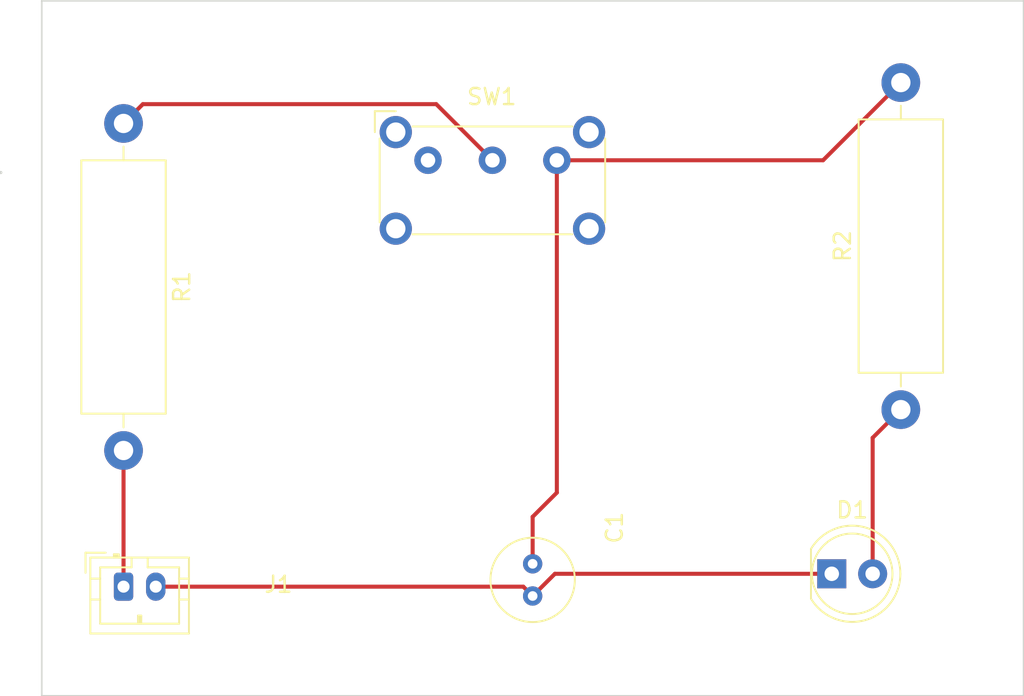
<source format=kicad_pcb>
(kicad_pcb (version 20211014) (generator pcbnew)
  (layers (0 "F.Cu" signal) (31 "B.Cu" signal) (34 "B.Paste" user) (35 "F.Paste" user) (36 "B.SilkS" user "B.Silkscreen") (37 "F.SilkS" user "F.Silkscreen") (38 "B.Mask" user) (39 "F.Mask" user) (44 "Edge.Cuts" user))
  (net 0 "")
  (net 1 "Net-(C1-Pad1)")
  (net 2 "Net-(C1-Pad2)")
  (net 3 "Net-(D1-Pad2)")
  (net 4 "Net-(J1-Pad1)")
  (net 5 "Net-(R1-Pad1)")
  (footprint "Connector_JST:JST_PH_B2B-PH-K_1x02_P2.00mm_Vertical" (layer "F.Cu") (at 182.88 94.82)
    (fp_text reference "J1" (at 9.62 -0.14) (layer "F.SilkS"))
    (fp_text value "9V")
    (fp_line (start 1.5 -1.2) (end 1.5 -1.81) (layer "F.SilkS") (width 0.12))
    (fp_line (start -2.06 -0.5) (end -1.45 -0.5) (layer "F.SilkS") (width 0.12))
    (fp_line (start 3.45 -1.2) (end 1.5 -1.2) (layer "F.SilkS") (width 0.12))
    (fp_line (start -0.3 -1.91) (end -0.6 -1.91) (layer "F.SilkS") (width 0.12))
    (fp_line (start -0.6 -2.01) (end -0.6 -1.81) (layer "F.SilkS") (width 0.12))
    (fp_line (start 0.5 -1.2) (end -1.45 -1.2) (layer "F.SilkS") (width 0.12))
    (fp_line (start -0.3 -1.81) (end -0.3 -2.01) (layer "F.SilkS") (width 0.12))
    (fp_line (start 0.9 1.8) (end 1.1 1.8) (layer "F.SilkS") (width 0.12))
    (fp_line (start -1.45 -1.2) (end -1.45 2.3) (layer "F.SilkS") (width 0.12))
    (fp_line (start 4.06 -1.81) (end -2.06 -1.81) (layer "F.SilkS") (width 0.12))
    (fp_line (start -2.06 0.8) (end -1.45 0.8) (layer "F.SilkS") (width 0.12))
    (fp_line (start 0.9 2.3) (end 0.9 1.8) (layer "F.SilkS") (width 0.12))
    (fp_line (start -2.06 2.91) (end 4.06 2.91) (layer "F.SilkS") (width 0.12))
    (fp_line (start -1.11 -2.11) (end -2.36 -2.11) (layer "F.SilkS") (width 0.12))
    (fp_line (start -0.3 -2.01) (end -0.6 -2.01) (layer "F.SilkS") (width 0.12))
    (fp_line (start 0.5 -1.81) (end 0.5 -1.2) (layer "F.SilkS") (width 0.12))
    (fp_line (start -2.36 -2.11) (end -2.36 -0.86) (layer "F.SilkS") (width 0.12))
    (fp_line (start 3.45 2.3) (end 3.45 -1.2) (layer "F.SilkS") (width 0.12))
    (fp_line (start -1.45 2.3) (end 3.45 2.3) (layer "F.SilkS") (width 0.12))
    (fp_line (start 1.1 1.8) (end 1.1 2.3) (layer "F.SilkS") (width 0.12))
    (fp_line (start 4.06 -0.5) (end 3.45 -0.5) (layer "F.SilkS") (width 0.12))
    (fp_line (start -2.06 -1.81) (end -2.06 2.91) (layer "F.SilkS") (width 0.12))
    (fp_line (start 4.06 0.8) (end 3.45 0.8) (layer "F.SilkS") (width 0.12))
    (fp_line (start 4.06 2.91) (end 4.06 -1.81) (layer "F.SilkS") (width 0.12))
    (fp_line (start 1 2.3) (end 1 1.8) (layer "F.SilkS") (width 0.12))
    (pad "1" thru_hole roundrect (at 0 0) (size 1.2 1.75) (drill 0.75) (layers *.Cu *.Mask) (roundrect_rratio 0.208333) (net 4 "Net-(J1-Pad1)"))
    (pad "2" thru_hole oval (at 2 0) (size 1.2 1.75) (drill 0.75) (layers *.Cu *.Mask) (net 2 "Net-(C1-Pad2)"))
  )
  (footprint "Resistor_THT:R_Axial_DIN0516_L15.5mm_D5.0mm_P20.32mm_Horizontal" (layer "F.Cu") (at 231.14 83.82 90)
    (fp_text reference "R2" (at 10.16 -3.62 90) (layer "F.SilkS"))
    (fp_text value "20k")
    (fp_line (start 18.03 2.62) (end 18.03 -2.62) (layer "F.SilkS") (width 0.12))
    (fp_line (start 18.88 0) (end 18.03 0) (layer "F.SilkS") (width 0.12))
    (fp_line (start 1.44 0) (end 2.29 0) (layer "F.SilkS") (width 0.12))
    (fp_line (start 2.29 -2.62) (end 2.29 2.62) (layer "F.SilkS") (width 0.12))
    (fp_line (start 18.03 -2.62) (end 2.29 -2.62) (layer "F.SilkS") (width 0.12))
    (fp_line (start 2.29 2.62) (end 18.03 2.62) (layer "F.SilkS") (width 0.12))
    (pad "1" thru_hole circle (at 0 0 90) (size 2.4 2.4) (drill 1.2) (layers *.Cu *.Mask) (net 3 "Net-(D1-Pad2)"))
    (pad "2" thru_hole oval (at 20.32 0 90) (size 2.4 2.4) (drill 1.2) (layers *.Cu *.Mask) (net 1 "Net-(C1-Pad1)"))
  )
  (footprint "Resistor_THT:R_Axial_DIN0516_L15.5mm_D5.0mm_P20.32mm_Horizontal" (layer "F.Cu") (at 182.88 66.04 -90)
    (fp_text reference "R1" (at 10.16 -3.62 90) (layer "F.SilkS"))
    (fp_text value "2.2k")
    (fp_line (start 18.03 2.62) (end 18.03 -2.62) (layer "F.SilkS") (width 0.12))
    (fp_line (start 18.88 0) (end 18.03 0) (layer "F.SilkS") (width 0.12))
    (fp_line (start 18.03 -2.62) (end 2.29 -2.62) (layer "F.SilkS") (width 0.12))
    (fp_line (start 1.44 0) (end 2.29 0) (layer "F.SilkS") (width 0.12))
    (fp_line (start 2.29 -2.62) (end 2.29 2.62) (layer "F.SilkS") (width 0.12))
    (fp_line (start 2.29 2.62) (end 18.03 2.62) (layer "F.SilkS") (width 0.12))
    (pad "1" thru_hole circle (at 0 0 270) (size 2.4 2.4) (drill 1.2) (layers *.Cu *.Mask) (net 5 "Net-(R1-Pad1)"))
    (pad "2" thru_hole oval (at 20.32 0 270) (size 2.4 2.4) (drill 1.2) (layers *.Cu *.Mask) (net 4 "Net-(J1-Pad1)"))
  )
  (footprint "Capacitor_THT:C_Radial_D5.0mm_H5.0mm_P2.00mm" (layer "F.Cu") (at 208.28 93.4 -90)
    (fp_text reference "C1" (at -2.24 -5.08 90) (layer "F.SilkS"))
    (fp_text value "4.7 uF")
    (fp_circle (center 1 0) (end 3.62 0) (layer "F.SilkS") (width 0.12) (fill none))
    (pad "1" thru_hole circle (at 0 0 270) (size 1.2 1.2) (drill 0.6) (layers *.Cu *.Mask) (net 1 "Net-(C1-Pad1)"))
    (pad "2" thru_hole circle (at 2 0 270) (size 1.2 1.2) (drill 0.6) (layers *.Cu *.Mask) (net 2 "Net-(C1-Pad2)"))
  )
  (footprint "Button_Switch_THT:SW_E-Switch_EG1224_SPDT_Angled" (layer "F.Cu") (at 201.7825 68.3275)
    (fp_text reference "SW1" (at 3.9575 -3.9475) (layer "F.SilkS"))
    (fp_text value "SW_SPDT")
    (fp_line (start 11 -1.35) (end 11 3.85) (layer "F.SilkS") (width 0.12))
    (fp_line (start -3 3.85) (end -3 -1.35) (layer "F.SilkS") (width 0.12))
    (fp_line (start -3.3 -1.75) (end -3.3 -3.05) (layer "F.SilkS") (width 0.12))
    (fp_line (start 8.95 4.6) (end -0.95 4.6) (layer "F.SilkS") (width 0.12))
    (fp_line (start -3.3 -3.05) (end -2 -3.05) (layer "F.SilkS") (width 0.12))
    (fp_line (start -0.95 -2.1) (end 8.95 -2.1) (layer "F.SilkS") (width 0.12))
    (pad "" thru_hole circle (at -2 4.25) (size 2 2) (drill 1.2) (layers *.Cu *.Mask))
    (pad "" thru_hole circle (at 10 -1.75) (size 2 2) (drill 1.2) (layers *.Cu *.Mask))
    (pad "" thru_hole circle (at 10 4.25) (size 2 2) (drill 1.2) (layers *.Cu *.Mask))
    (pad "" thru_hole circle (at -2 -1.75) (size 2 2) (drill 1.2) (layers *.Cu *.Mask))
    (pad "1" thru_hole circle (at 0 0) (size 1.7 1.7) (drill 0.9) (layers *.Cu *.Mask))
    (pad "2" thru_hole circle (at 4 0) (size 1.7 1.7) (drill 0.9) (layers *.Cu *.Mask) (net 5 "Net-(R1-Pad1)"))
    (pad "3" thru_hole circle (at 8 0) (size 1.7 1.7) (drill 0.9) (layers *.Cu *.Mask) (net 1 "Net-(C1-Pad1)"))
  )
  (footprint "LED_THT:LED_D5.0mm" (layer "F.Cu") (at 226.85 94.02)
    (fp_text reference "D1" (at 1.27 -3.96) (layer "F.SilkS"))
    (fp_text value "LED")
    (fp_line (start -1.29 -1.545) (end -1.29 1.545) (layer "F.SilkS") (width 0.12))
    (fp_arc (start 4.26 -0.000462) (mid 2.072002 2.880433) (end -1.29 1.54483) (layer "F.SilkS") (width 0.12))
    (fp_arc (start -1.29 -1.54483) (mid 2.072002 -2.880433) (end 4.26 0.000462) (layer "F.SilkS") (width 0.12))
    (fp_circle (center 1.27 0) (end 3.77 0) (layer "F.SilkS") (width 0.12) (fill none))
    (pad "1" thru_hole rect (at 0 0) (size 1.8 1.8) (drill 0.9) (layers *.Cu *.Mask) (net 2 "Net-(C1-Pad2)"))
    (pad "2" thru_hole circle (at 2.54 0) (size 1.8 1.8) (drill 0.9) (layers *.Cu *.Mask) (net 3 "Net-(D1-Pad2)"))
  )
  (gr_circle (center 175.26 69.09) (end 175.26 69.09) (layer "Edge.Cuts") (width 0.1) (fill none))
  (gr_rect (start 177.8 58.42) (end 238.76 101.6) (layer "Edge.Cuts") (width 0.1) (fill none))
  (segment (start 208.28 93.4) (end 208.28 90.48) (width 0.25) (layer "F.Cu") (net 1))
  (segment (start 226.3125 68.3275) (end 231.14 63.5) (width 0.25) (layer "F.Cu") (net 1))
  (segment (start 208.28 90.48) (end 209.7825 88.9775) (width 0.25) (layer "F.Cu") (net 1))
  (segment (start 209.7825 68.3275) (end 209.7825 88.9775) (width 0.25) (layer "F.Cu") (net 1))
  (segment (start 209.7825 68.3275) (end 226.3125 68.3275) (width 0.25) (layer "F.Cu") (net 1))
  (segment (start 184.88 94.82) (end 207.7 94.82) (width 0.25) (layer "F.Cu") (net 2))
  (segment (start 208.28 95.4) (end 209.66 94.02) (width 0.25) (layer "F.Cu") (net 2))
  (segment (start 209.66 94.02) (end 226.85 94.02) (width 0.25) (layer "F.Cu") (net 2))
  (segment (start 207.7 94.82) (end 208.28 95.4) (width 0.25) (layer "F.Cu") (net 2))
  (segment (start 229.39 85.57) (end 231.14 83.82) (width 0.25) (layer "F.Cu") (net 3))
  (segment (start 229.39 94.02) (end 229.39 85.57) (width 0.25) (layer "F.Cu") (net 3))
  (segment (start 182.88 86.36) (end 182.88 94.82) (width 0.25) (layer "F.Cu") (net 4))
  (segment (start 202.295 64.84) (end 205.7825 68.3275) (width 0.25) (layer "F.Cu") (net 5))
  (segment (start 184.08 64.84) (end 202.295 64.84) (width 0.25) (layer "F.Cu") (net 5))
  (segment (start 182.88 66.04) (end 184.08 64.84) (width 0.25) (layer "F.Cu") (net 5))
)
</source>
